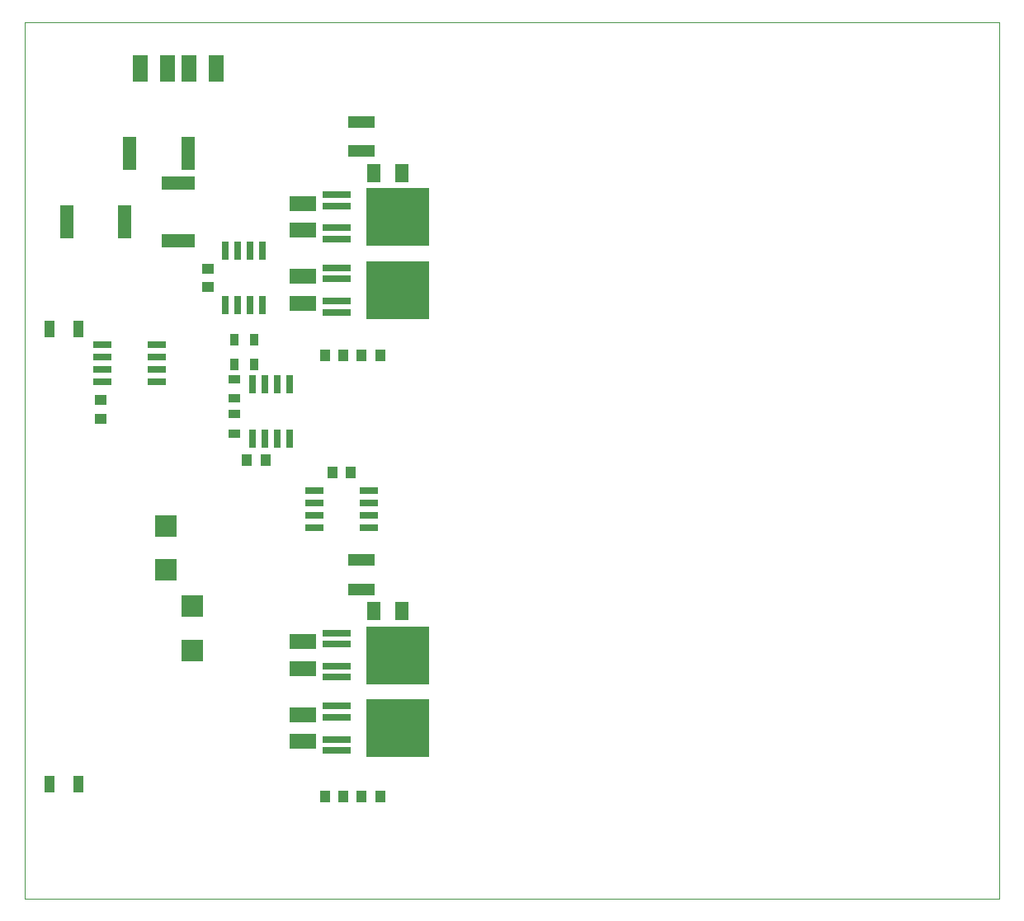
<source format=gbp>
G04 Layer_Color=128*
%FSLAX25Y25*%
%MOIN*%
G70*
G01*
G75*
%ADD10R,0.05118X0.03937*%
%ADD11R,0.04921X0.03543*%
%ADD12R,0.03937X0.05118*%
%ADD16R,0.06102X0.11024*%
%ADD17R,0.11024X0.06102*%
%ADD29C,0.00394*%
%ADD52R,0.04331X0.06890*%
%ADD53R,0.02520X0.07480*%
%ADD54R,0.07480X0.02520*%
%ADD55R,0.03543X0.04921*%
%ADD56R,0.10827X0.05118*%
%ADD57R,0.13386X0.05315*%
%ADD58R,0.05315X0.13386*%
%ADD59R,0.11811X0.03150*%
%ADD60R,0.25590X0.23622*%
%ADD61R,0.05512X0.07677*%
%ADD62R,0.09055X0.09055*%
D10*
X30512Y16929D02*
D03*
Y24409D02*
D03*
X73819Y70079D02*
D03*
Y77559D02*
D03*
D11*
X84646Y10827D02*
D03*
Y18701D02*
D03*
Y32854D02*
D03*
Y24980D02*
D03*
D12*
X89764Y0D02*
D03*
X97244D02*
D03*
X136024Y42323D02*
D03*
X143504D02*
D03*
X124213Y-4921D02*
D03*
X131693D02*
D03*
X136024Y-135827D02*
D03*
X143504D02*
D03*
X121260Y42323D02*
D03*
X128740D02*
D03*
X121260Y-135827D02*
D03*
X128740D02*
D03*
D16*
X57579Y158465D02*
D03*
X46752D02*
D03*
X66437D02*
D03*
X77264D02*
D03*
D17*
X112205Y74311D02*
D03*
Y63484D02*
D03*
Y103839D02*
D03*
Y93012D02*
D03*
Y-73327D02*
D03*
Y-84153D02*
D03*
Y-102854D02*
D03*
Y-113681D02*
D03*
D29*
X0Y-177165D02*
X393701D01*
X0D02*
Y177165D01*
X393701Y-177165D02*
Y177165D01*
X0D02*
X393701D01*
D52*
X9843Y53150D02*
D03*
X21654D02*
D03*
X9843Y-130905D02*
D03*
X21654D02*
D03*
D53*
X106909Y8681D02*
D03*
X101909D02*
D03*
X96909D02*
D03*
X91909D02*
D03*
X106909Y30689D02*
D03*
X101909D02*
D03*
X96909D02*
D03*
X91909D02*
D03*
X96083Y62815D02*
D03*
X91083D02*
D03*
X86083D02*
D03*
X81083D02*
D03*
X96083Y84823D02*
D03*
X91083D02*
D03*
X86083D02*
D03*
X81083D02*
D03*
D54*
X31319Y31870D02*
D03*
Y36870D02*
D03*
Y41870D02*
D03*
Y46870D02*
D03*
X53327Y31870D02*
D03*
Y36870D02*
D03*
Y41870D02*
D03*
Y46870D02*
D03*
X116949Y-27185D02*
D03*
Y-22185D02*
D03*
Y-17185D02*
D03*
Y-12185D02*
D03*
X138957Y-27185D02*
D03*
Y-22185D02*
D03*
Y-17185D02*
D03*
Y-12185D02*
D03*
D55*
X92520Y38917D02*
D03*
X84646D02*
D03*
X92520Y48917D02*
D03*
X84646D02*
D03*
D56*
X135827Y136811D02*
D03*
Y125000D02*
D03*
Y-40354D02*
D03*
Y-52165D02*
D03*
D57*
X62008Y88681D02*
D03*
Y112106D02*
D03*
D58*
X16831Y96457D02*
D03*
X40256D02*
D03*
X65847Y124016D02*
D03*
X42421D02*
D03*
D59*
X125984Y59921D02*
D03*
Y64410D02*
D03*
Y73386D02*
D03*
Y77874D02*
D03*
Y-117244D02*
D03*
Y-112756D02*
D03*
Y-103779D02*
D03*
Y-99291D02*
D03*
Y89449D02*
D03*
Y93937D02*
D03*
Y102913D02*
D03*
Y107402D02*
D03*
Y-87717D02*
D03*
Y-83228D02*
D03*
Y-74252D02*
D03*
Y-69764D02*
D03*
D60*
X150591Y68898D02*
D03*
Y-108268D02*
D03*
Y98425D02*
D03*
Y-78740D02*
D03*
D61*
X152362Y116142D02*
D03*
X140945D02*
D03*
X152362Y-61024D02*
D03*
X140945D02*
D03*
D62*
X57087Y-26575D02*
D03*
Y-44291D02*
D03*
X67677Y-59055D02*
D03*
Y-76772D02*
D03*
M02*

</source>
